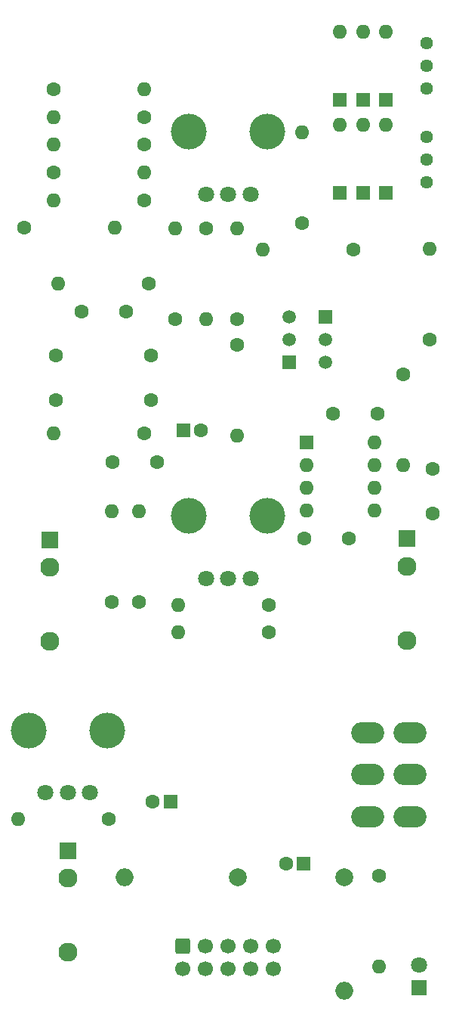
<source format=gts>
G04 #@! TF.GenerationSoftware,KiCad,Pcbnew,(6.0.6)*
G04 #@! TF.CreationDate,2022-11-23T18:59:43+00:00*
G04 #@! TF.ProjectId,MS20-VCF,4d533230-2d56-4434-962e-6b696361645f,rev?*
G04 #@! TF.SameCoordinates,Original*
G04 #@! TF.FileFunction,Soldermask,Top*
G04 #@! TF.FilePolarity,Negative*
%FSLAX46Y46*%
G04 Gerber Fmt 4.6, Leading zero omitted, Abs format (unit mm)*
G04 Created by KiCad (PCBNEW (6.0.6)) date 2022-11-23 18:59:43*
%MOMM*%
%LPD*%
G01*
G04 APERTURE LIST*
G04 Aperture macros list*
%AMRoundRect*
0 Rectangle with rounded corners*
0 $1 Rounding radius*
0 $2 $3 $4 $5 $6 $7 $8 $9 X,Y pos of 4 corners*
0 Add a 4 corners polygon primitive as box body*
4,1,4,$2,$3,$4,$5,$6,$7,$8,$9,$2,$3,0*
0 Add four circle primitives for the rounded corners*
1,1,$1+$1,$2,$3*
1,1,$1+$1,$4,$5*
1,1,$1+$1,$6,$7*
1,1,$1+$1,$8,$9*
0 Add four rect primitives between the rounded corners*
20,1,$1+$1,$2,$3,$4,$5,0*
20,1,$1+$1,$4,$5,$6,$7,0*
20,1,$1+$1,$6,$7,$8,$9,0*
20,1,$1+$1,$8,$9,$2,$3,0*%
G04 Aperture macros list end*
%ADD10C,1.600000*%
%ADD11C,4.000000*%
%ADD12C,1.800000*%
%ADD13R,1.600000X1.600000*%
%ADD14O,1.600000X1.600000*%
%ADD15R,1.930000X1.830000*%
%ADD16C,2.130000*%
%ADD17R,1.500000X1.500000*%
%ADD18C,1.500000*%
%ADD19O,3.700000X2.400000*%
%ADD20R,1.800000X1.800000*%
%ADD21C,2.000000*%
%ADD22O,2.000000X2.000000*%
%ADD23RoundRect,0.250000X-0.600000X0.600000X-0.600000X-0.600000X0.600000X-0.600000X0.600000X0.600000X0*%
%ADD24C,1.700000*%
%ADD25C,1.440000*%
G04 APERTURE END LIST*
D10*
X82900000Y-86800000D03*
X82900000Y-91800000D03*
D11*
X46400000Y-116050000D03*
X37600000Y-116050000D03*
D12*
X44500000Y-123050000D03*
X42000000Y-123050000D03*
X39500000Y-123050000D03*
D11*
X55600000Y-49050000D03*
X64400000Y-49050000D03*
D12*
X62500000Y-56050000D03*
X60000000Y-56050000D03*
X57500000Y-56050000D03*
D13*
X77700000Y-45460000D03*
D14*
X77700000Y-37840000D03*
D13*
X77700000Y-55860000D03*
D14*
X77700000Y-48240000D03*
D13*
X75100000Y-45460000D03*
D14*
X75100000Y-37840000D03*
D13*
X75100000Y-55860000D03*
D14*
X75100000Y-48240000D03*
D13*
X72500000Y-45460000D03*
D14*
X72500000Y-37840000D03*
D13*
X72500000Y-55860000D03*
D14*
X72500000Y-48240000D03*
D15*
X42000000Y-129500000D03*
D16*
X42000000Y-140900000D03*
X42000000Y-132600000D03*
D15*
X40000000Y-94720000D03*
D16*
X40000000Y-106120000D03*
X40000000Y-97820000D03*
D15*
X80000000Y-94600000D03*
D16*
X80000000Y-106000000D03*
X80000000Y-97700000D03*
D17*
X66800000Y-74840000D03*
D18*
X66800000Y-72300000D03*
X66800000Y-69760000D03*
D17*
X70900000Y-69760000D03*
D18*
X70900000Y-72300000D03*
X70900000Y-74840000D03*
D10*
X57500000Y-59840000D03*
D14*
X57500000Y-70000000D03*
D10*
X50000000Y-101660000D03*
D14*
X50000000Y-91500000D03*
D10*
X50560000Y-82800000D03*
D14*
X40400000Y-82800000D03*
D10*
X54000000Y-70000000D03*
D14*
X54000000Y-59840000D03*
D10*
X61000000Y-70000000D03*
D14*
X61000000Y-59840000D03*
D10*
X73980000Y-62200000D03*
D14*
X63820000Y-62200000D03*
D10*
X51080000Y-66000000D03*
D14*
X40920000Y-66000000D03*
D10*
X50560000Y-50500000D03*
D14*
X40400000Y-50500000D03*
D10*
X50560000Y-56700000D03*
D14*
X40400000Y-56700000D03*
D10*
X46580000Y-126000000D03*
D14*
X36420000Y-126000000D03*
D10*
X68300000Y-59300000D03*
D14*
X68300000Y-49140000D03*
D10*
X40400000Y-53600000D03*
D14*
X50560000Y-53600000D03*
D10*
X50560000Y-47400000D03*
D14*
X40400000Y-47400000D03*
D10*
X40400000Y-44300000D03*
D14*
X50560000Y-44300000D03*
D10*
X82600000Y-72280000D03*
D14*
X82600000Y-62120000D03*
D10*
X64580000Y-105100000D03*
D14*
X54420000Y-105100000D03*
D10*
X64580000Y-102000000D03*
D14*
X54420000Y-102000000D03*
D11*
X64400000Y-92050000D03*
X55600000Y-92050000D03*
D12*
X62500000Y-99050000D03*
X60000000Y-99050000D03*
X57500000Y-99050000D03*
D19*
X75600000Y-116300000D03*
X75600000Y-121000000D03*
X75600000Y-125700000D03*
X80400000Y-116300000D03*
X80400000Y-121000000D03*
X80400000Y-125700000D03*
D10*
X79600000Y-76220000D03*
D14*
X79600000Y-86380000D03*
D13*
X68800000Y-83800000D03*
D14*
X68800000Y-86340000D03*
X68800000Y-88880000D03*
X68800000Y-91420000D03*
X76420000Y-91420000D03*
X76420000Y-88880000D03*
X76420000Y-86340000D03*
X76420000Y-83800000D03*
D10*
X43500000Y-69200000D03*
X48500000Y-69200000D03*
X46900000Y-101660000D03*
D14*
X46900000Y-91500000D03*
D10*
X37100000Y-59800000D03*
D14*
X47260000Y-59800000D03*
D10*
X61000000Y-72920000D03*
D14*
X61000000Y-83080000D03*
D10*
X76700000Y-80600000D03*
X71700000Y-80600000D03*
X73500000Y-94600000D03*
X68500000Y-94600000D03*
D13*
X68455112Y-131000000D03*
D10*
X66455112Y-131000000D03*
D13*
X53500000Y-124000000D03*
D10*
X51500000Y-124000000D03*
D13*
X54944888Y-82500000D03*
D10*
X56944888Y-82500000D03*
D20*
X81400000Y-144875000D03*
D12*
X81400000Y-142335000D03*
D21*
X61050000Y-132500000D03*
D22*
X48350000Y-132500000D03*
D23*
X54925000Y-140247500D03*
D24*
X54925000Y-142787500D03*
X57465000Y-140247500D03*
X57465000Y-142787500D03*
X60005000Y-140247500D03*
X60005000Y-142787500D03*
X62545000Y-140247500D03*
X62545000Y-142787500D03*
X65085000Y-140247500D03*
X65085000Y-142787500D03*
D25*
X82200000Y-44180000D03*
X82200000Y-41640000D03*
X82200000Y-39100000D03*
X82200000Y-54720000D03*
X82200000Y-52180000D03*
X82200000Y-49640000D03*
D10*
X76900000Y-132320000D03*
D14*
X76900000Y-142480000D03*
D21*
X73000000Y-132500000D03*
D22*
X73000000Y-145200000D03*
D10*
X47000000Y-86000000D03*
X52000000Y-86000000D03*
X51300000Y-74100000D03*
X51300000Y-79100000D03*
X40700000Y-79100000D03*
X40700000Y-74100000D03*
M02*

</source>
